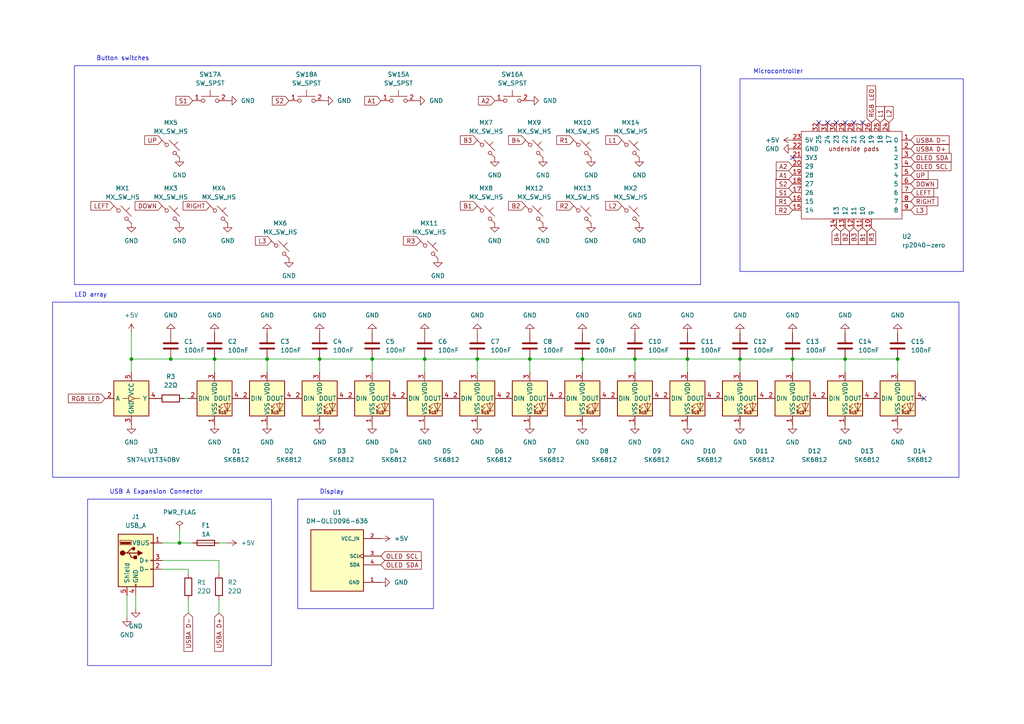
<source format=kicad_sch>
(kicad_sch (version 20230121) (generator eeschema)
  (paper "A4")
  (lib_symbols
    (symbol "Connector:USB_A" (pin_names (offset 1.016))
      (property "Reference" "J" (at -5.08 11.43 0))
      (property "Value" "USB_A" (at -5.08 8.89 0))
      (symbol "USB_A_0_1"
        (rectangle (start -5.08 -7.62) (end 5.08 7.62) (stroke (width 0.254)) (fill (type background)))
        (circle (center -3.81 2.159) (radius 0.635) (stroke (width 0.254)) (fill (type outline)))
        (rectangle (start -1.524 4.826) (end -4.318 5.334) (fill (type outline)))
        (rectangle (start -1.27 4.572) (end -4.572 5.842))
        (circle (center -0.635 3.429) (radius 0.381) (stroke (width 0.254)) (fill (type outline)))
        (rectangle (start -0.127 -7.62) (end 0.127 -6.858))
        (polyline (pts (xy -3.175 2.159) (xy -2.54 2.159) (xy -1.27 3.429) (xy -0.635 3.429)) (stroke (width 0.254)))
        (polyline (pts (xy -2.54 2.159) (xy -1.905 2.159) (xy -1.27 0.889) (xy 0 0.889)) (stroke (width 0.254)))
        (polyline (pts (xy 0.635 2.794) (xy 0.635 1.524) (xy 1.905 2.159) (xy 0.635 2.794)) (stroke (width 0.254)) (fill (type outline)))
        (rectangle (start 0.254 1.27) (end -0.508 0.508) (stroke (width 0.254)) (fill (type outline)))
        (rectangle (start 5.08 -2.667) (end 4.318 -2.413))
        (rectangle (start 5.08 -0.127) (end 4.318 0.127))
        (rectangle (start 5.08 4.953) (end 4.318 5.207))
      )
      (symbol "USB_A_1_1"
        (polyline (pts (xy -1.905 2.159) (xy 0.635 2.159)) (stroke (width 0.254)))
        (pin power_in line (at 7.62 5.08 180) (length 2.54) (name "VBUS") (number "1"))
        (pin bidirectional line (at 7.62 -2.54 180) (length 2.54) (name "D-") (number "2"))
        (pin bidirectional line (at 7.62 0 180) (length 2.54) (name "D+") (number "3"))
        (pin power_in line (at 0 -10.16 90) (length 2.54) (name "GND") (number "4"))
        (pin passive line (at -2.54 -10.16 90) (length 2.54) (name "Shield") (number "5"))
      )
    )
    (symbol "Device:C" (pin_numbers hide) (pin_names (offset 0.254))
      (property "Reference" "C" (at 0.635 2.54 0))
      (property "Value" "C" (at 0.635 -2.54 0))
      (symbol "C_0_1"
        (polyline (pts (xy -2.032 -0.762) (xy 2.032 -0.762)) (stroke (width 0.508)))
        (polyline (pts (xy -2.032 0.762) (xy 2.032 0.762)) (stroke (width 0.508)))
      )
      (symbol "C_1_1"
        (pin passive line (at 0 3.81 270) (length 2.794) (name "~") (number "1"))
        (pin passive line (at 0 -3.81 90) (length 2.794) (name "~") (number "2"))
      )
    )
    (symbol "Device:Fuse" (pin_numbers hide) (pin_names (offset 0))
      (property "Reference" "F" (at 2.032 0 90))
      (property "Value" "Fuse" (at -1.905 0 90))
      (symbol "Fuse_0_1"
        (rectangle (start -0.762 -2.54) (end 0.762 2.54) (stroke (width 0.254)))
        (polyline (pts (xy 0 2.54) (xy 0 -2.54)))
      )
      (symbol "Fuse_1_1"
        (pin passive line (at 0 3.81 270) (length 1.27) (name "~") (number "1"))
        (pin passive line (at 0 -3.81 90) (length 1.27) (name "~") (number "2"))
      )
    )
    (symbol "Device:R" (pin_numbers hide) (pin_names (offset 0))
      (property "Reference" "R" (at 2.032 0 90))
      (property "Value" "R" (at 0 0 90))
      (symbol "R_0_1"
        (rectangle (start -1.016 -2.54) (end 1.016 2.54) (stroke (width 0.254)))
      )
      (symbol "R_1_1"
        (pin passive line (at 0 3.81 270) (length 1.27) (name "~") (number "1"))
        (pin passive line (at 0 -3.81 90) (length 1.27) (name "~") (number "2"))
      )
    )
    (symbol "LED:SK6812" (pin_names (offset 0.254))
      (property "Reference" "D" (at 5.08 5.715 0))
      (property "Value" "SK6812" (at 1.27 -5.715 0))
      (symbol "SK6812_0_0"
        (text "RGB" (at 2.286 -4.191 0) (effects (font (size 0.762 0.762))))
      )
      (symbol "SK6812_0_1"
        (polyline (pts (xy 1.27 -3.556) (xy 1.778 -3.556)))
        (polyline (pts (xy 1.27 -2.54) (xy 1.778 -2.54)))
        (polyline (pts (xy 4.699 -3.556) (xy 2.667 -3.556)))
        (polyline (pts (xy 2.286 -2.54) (xy 1.27 -3.556) (xy 1.27 -3.048)))
        (polyline (pts (xy 2.286 -1.524) (xy 1.27 -2.54) (xy 1.27 -2.032)))
        (polyline (pts (xy 3.683 -1.016) (xy 3.683 -3.556) (xy 3.683 -4.064)))
        (polyline (pts (xy 4.699 -1.524) (xy 2.667 -1.524) (xy 3.683 -3.556) (xy 4.699 -1.524)))
        (rectangle (start 5.08 5.08) (end -5.08 -5.08) (stroke (width 0.254)) (fill (type background)))
      )
      (symbol "SK6812_1_1"
        (pin power_in line (at 0 -7.62 90) (length 2.54) (name "VSS") (number "1"))
        (pin input line (at -7.62 0 0) (length 2.54) (name "DIN") (number "2"))
        (pin power_in line (at 0 7.62 270) (length 2.54) (name "VDD") (number "3"))
        (pin output line (at 7.62 0 180) (length 2.54) (name "DOUT") (number "4"))
      )
    )
    (symbol "Logic_LevelTranslator:SN74LV1T34DBV"
      (property "Reference" "U" (at 5.08 6.35 0))
      (property "Value" "SN74LV1T34DBV" (at 5.08 3.81 0))
      (symbol "SN74LV1T34DBV_0_1"
        (rectangle (start -5.08 5.08) (end 5.08 -5.08) (stroke (width 0.254)) (fill (type background)))
        (polyline (pts (xy -0.762 0) (xy -2.54 0)))
        (polyline (pts (xy 1.016 0) (xy 2.54 0)))
      )
      (symbol "SN74LV1T34DBV_1_1"
        (polyline (pts (xy -0.762 -0.762) (xy -0.762 0.762) (xy 1.016 0) (xy -0.762 -0.762)))
        (pin no_connect line (at -5.08 2.54 0) (length 2.54) hide (name "NC") (number "1"))
        (pin input line (at -7.62 0 0) (length 2.54) (name "A") (number "2"))
        (pin power_in line (at 0 -7.62 90) (length 2.54) (name "GND") (number "3"))
        (pin output line (at 7.62 0 180) (length 2.54) (name "Y") (number "4"))
        (pin power_in line (at 0 7.62 270) (length 2.54) (name "VCC") (number "5"))
      )
    )
    (symbol "OLED096:DM-OLED096-636" (pin_names (offset 1.016))
      (property "Reference" "U" (at -7.62 10.922 0))
      (property "Value" "DM-OLED096-636" (at -7.62 -10.16 0))
      (symbol "DM-OLED096-636_0_0"
        (rectangle (start -7.62 -7.62) (end 7.62 10.16) (stroke (width 0.254)) (fill (type background)))
        (pin power_in line (at 12.7 -5.08 180) (length 5.08) (name "GND") (number "1"))
        (pin power_in line (at 12.7 7.62 180) (length 5.08) (name "VCC_IN") (number "2"))
        (pin input clock (at 12.7 2.54 180) (length 5.08) (name "SCL") (number "3"))
        (pin bidirectional line (at 12.7 0 180) (length 5.08) (name "SDA") (number "4"))
      )
    )
    (symbol "PCM_marbastlib-mx:MX_SW_HS" (pin_numbers hide) (pin_names (offset 1.016) hide)
      (property "Reference" "MX" (at 3.048 1.016 0))
      (property "Value" "MX_SW_HS" (at 0 -3.81 0))
      (symbol "MX_SW_HS_0_1"
        (circle (center -1.1684 1.1684) (radius 0.508))
        (polyline (pts (xy -0.508 2.54) (xy 2.54 -0.508)))
        (polyline (pts (xy 1.016 1.016) (xy 2.032 2.032)))
        (polyline (pts (xy -2.54 2.54) (xy -1.524 1.524) (xy -1.524 1.524)))
        (polyline (pts (xy 1.524 -1.524) (xy 2.54 -2.54) (xy 2.54 -2.54) (xy 2.54 -2.54)))
        (circle (center 1.143 -1.1938) (radius 0.508))
        (pin passive line (at -2.54 2.54 0) (length 0) (name "1") (number "1"))
        (pin passive line (at 2.54 -2.54 180) (length 0) (name "2") (number "2"))
      )
    )
    (symbol "Switch:SW_Push_Dual_x2" (pin_names (offset 1.016) hide)
      (property "Reference" "SW" (at 1.27 2.54 0))
      (property "Value" "SW_Push_Dual_x2" (at 0 -1.524 0))
      (symbol "SW_Push_Dual_x2_0_1"
        (circle (center -2.032 0) (radius 0.508))
        (polyline (pts (xy 0 1.27) (xy 0 3.048)))
        (polyline (pts (xy 2.54 1.27) (xy -2.54 1.27)))
        (circle (center 2.032 0) (radius 0.508))
      )
      (symbol "SW_Push_Dual_x2_1_1"
        (pin passive line (at -5.08 0 0) (length 2.54) (name "C") (number "1"))
        (pin passive line (at 5.08 0 180) (length 2.54) (name "D") (number "2"))
      )
      (symbol "SW_Push_Dual_x2_2_1"
        (pin passive line (at -5.08 0 0) (length 2.54) (name "C") (number "3"))
        (pin passive line (at 5.08 0 180) (length 2.54) (name "D") (number "4"))
      )
    )
    (symbol "mcu:rp2040-zero-pads" (pin_names (offset 1.016))
      (property "Reference" "U" (at 0 1.27 0))
      (property "Value" "rp2040-zero-pads" (at 0 -1.27 0))
      (symbol "rp2040-zero-pads_0_0"
        (text "underside pads" (at 0 6.35 0) (effects (font (size 1.27 1.27))))
      )
      (symbol "rp2040-zero-pads_0_1"
        (rectangle (start -15.24 11.43) (end 13.97 -13.97))
      )
      (symbol "rp2040-zero-pads_1_1"
        (pin bidirectional line (at 16.51 8.89 180) (length 2.54) (name "0") (number "1"))
        (pin bidirectional line (at 5.08 -16.51 90) (length 2.54) (name "9") (number "10"))
        (pin bidirectional line (at 2.54 -16.51 90) (length 2.54) (name "10") (number "11"))
        (pin bidirectional line (at 0 -16.51 90) (length 2.54) (name "11") (number "12"))
        (pin bidirectional line (at -2.54 -16.51 90) (length 2.54) (name "12") (number "13"))
        (pin bidirectional line (at -5.08 -16.51 90) (length 2.54) (name "13") (number "14"))
        (pin bidirectional line (at -17.78 -11.43 0) (length 2.54) (name "14") (number "15"))
        (pin bidirectional line (at -17.78 -8.89 0) (length 2.54) (name "15") (number "16"))
        (pin bidirectional line (at -17.78 -6.35 0) (length 2.54) (name "26") (number "17"))
        (pin bidirectional line (at -17.78 -3.81 0) (length 2.54) (name "27") (number "18"))
        (pin bidirectional line (at -17.78 -1.27 0) (length 2.54) (name "28") (number "19"))
        (pin bidirectional line (at 16.51 6.35 180) (length 2.54) (name "1") (number "2"))
        (pin bidirectional line (at -17.78 1.27 0) (length 2.54) (name "29") (number "20"))
        (pin power_out line (at -17.78 3.81 0) (length 2.54) (name "3V3") (number "21"))
        (pin power_out line (at -17.78 6.35 0) (length 2.54) (name "GND") (number "22"))
        (pin power_out line (at -17.78 8.89 0) (length 2.54) (name "5V") (number "23"))
        (pin bidirectional line (at 10.16 13.97 270) (length 2.54) (name "17") (number "24"))
        (pin bidirectional line (at 7.62 13.97 270) (length 2.54) (name "18") (number "25"))
        (pin bidirectional line (at 5.08 13.97 270) (length 2.54) (name "19") (number "26"))
        (pin bidirectional line (at 2.54 13.97 270) (length 2.54) (name "20") (number "27"))
        (pin bidirectional line (at 0 13.97 270) (length 2.54) (name "21") (number "28"))
        (pin bidirectional line (at -2.54 13.97 270) (length 2.54) (name "22") (number "29"))
        (pin bidirectional line (at 16.51 3.81 180) (length 2.54) (name "2") (number "3"))
        (pin bidirectional line (at -5.08 13.97 270) (length 2.54) (name "23") (number "30"))
        (pin bidirectional line (at -7.62 13.97 270) (length 2.54) (name "24") (number "31"))
        (pin bidirectional line (at -10.16 13.97 270) (length 2.54) (name "25") (number "32"))
        (pin power_out line (at -17.78 6.35 0) (length 2.54) hide (name "GND") (number "33"))
        (pin bidirectional line (at 16.51 1.27 180) (length 2.54) (name "3") (number "4"))
        (pin bidirectional line (at 16.51 -1.27 180) (length 2.54) (name "4") (number "5"))
        (pin bidirectional line (at 16.51 -3.81 180) (length 2.54) (name "5") (number "6"))
        (pin bidirectional line (at 16.51 -6.35 180) (length 2.54) (name "6") (number "7"))
        (pin bidirectional line (at 16.51 -8.89 180) (length 2.54) (name "7") (number "8"))
        (pin bidirectional line (at 16.51 -11.43 180) (length 2.54) (name "8") (number "9"))
      )
    )
    (symbol "power:+5V" (power) (pin_names (offset 0))
      (property "Value" "+5V" (at 0 3.556 0))
      (symbol "+5V_0_1"
        (polyline (pts (xy -0.762 1.27) (xy 0 2.54)))
        (polyline (pts (xy 0 0) (xy 0 2.54)))
        (polyline (pts (xy 0 2.54) (xy 0.762 1.27)))
      )
      (symbol "+5V_1_1"
        (pin power_in line (at 0 0 90) (length 0) hide (name "+5V") (number "1"))
      )
    )
    (symbol "power:GND" (power) (pin_names (offset 0))
      (property "Value" "GND" (at 0 -3.81 0))
      (symbol "GND_0_1"
        (polyline (pts (xy 0 0) (xy 0 -1.27) (xy 1.27 -1.27) (xy 0 -2.54) (xy -1.27 -1.27) (xy 0 -1.27)))
      )
      (symbol "GND_1_1"
        (pin power_in line (at 0 0 270) (length 0) hide (name "GND") (number "1"))
      )
    )
    (symbol "power:PWR_FLAG" (power) (pin_numbers hide) (pin_names (offset 0) hide)
      (property "Value" "PWR_FLAG" (at 0 3.81 0))
      (symbol "PWR_FLAG_0_0"
        (pin power_out line (at 0 0 90) (length 0) (name "pwr") (number "1"))
      )
      (symbol "PWR_FLAG_0_1"
        (polyline (pts (xy 0 0) (xy 0 1.27) (xy -1.016 1.905) (xy 0 2.54) (xy 1.016 1.905) (xy 0 1.27)))
      )
    )
  )
  (junction (at 138.43 104.14))
  (junction (at 123.19 104.14))
  (junction (at 168.91 104.14))
  (junction (at 199.39 104.14))
  (junction (at 38.1 104.14))
  (junction (at 107.95 104.14))
  (junction (at 77.47 104.14))
  (junction (at 245.11 104.14))
  (junction (at 184.15 104.14))
  (junction (at 92.71 104.14))
  (junction (at 49.53 104.14))
  (junction (at 52.07 157.48))
  (junction (at 62.23 104.14))
  (junction (at 229.87 104.14))
  (junction (at 153.67 104.14))
  (junction (at 260.35 104.14))
  (junction (at 214.63 104.14))
  (no_connect (at 247.65 35.56))
  (no_connect (at 267.97 115.57))
  (no_connect (at 250.19 35.56))
  (no_connect (at 245.11 35.56))
  (no_connect (at 242.57 35.56))
  (no_connect (at 240.03 35.56))
  (no_connect (at 229.87 45.72))
  (no_connect (at 237.49 35.56))
  (wire (pts (xy 46.99 165.1) (xy 54.61 165.1)))
  (wire (pts (xy 38.1 104.14) (xy 49.53 104.14)))
  (wire (pts (xy 184.15 104.14) (xy 184.15 107.95)))
  (wire (pts (xy 260.35 104.14) (xy 260.35 107.95)))
  (wire (pts (xy 168.91 104.14) (xy 184.15 104.14)))
  (wire (pts (xy 138.43 104.14) (xy 138.43 107.95)))
  (wire (pts (xy 153.67 104.14) (xy 153.67 107.95)))
  (wire (pts (xy 199.39 104.14) (xy 199.39 107.95)))
  (wire (pts (xy 38.1 96.52) (xy 38.1 104.14)))
  (wire (pts (xy 184.15 104.14) (xy 199.39 104.14)))
  (wire (pts (xy 138.43 104.14) (xy 153.67 104.14)))
  (wire (pts (xy 123.19 104.14) (xy 123.19 107.95)))
  (wire (pts (xy 245.11 104.14) (xy 245.11 107.95)))
  (wire (pts (xy 214.63 104.14) (xy 214.63 107.95)))
  (wire (pts (xy 107.95 104.14) (xy 123.19 104.14)))
  (wire (pts (xy 39.37 176.53) (xy 39.37 172.72)))
  (wire (pts (xy 49.53 104.14) (xy 62.23 104.14)))
  (wire (pts (xy 38.1 104.14) (xy 38.1 107.95)))
  (wire (pts (xy 107.95 104.14) (xy 107.95 107.95)))
  (wire (pts (xy 92.71 104.14) (xy 92.71 107.95)))
  (wire (pts (xy 63.5 173.99) (xy 63.5 177.8)))
  (wire (pts (xy 168.91 104.14) (xy 168.91 107.95)))
  (wire (pts (xy 214.63 104.14) (xy 229.87 104.14)))
  (wire (pts (xy 63.5 157.48) (xy 66.04 157.48)))
  (wire (pts (xy 92.71 104.14) (xy 107.95 104.14)))
  (wire (pts (xy 54.61 165.1) (xy 54.61 166.37)))
  (wire (pts (xy 52.07 157.48) (xy 55.88 157.48)))
  (wire (pts (xy 63.5 162.56) (xy 63.5 166.37)))
  (wire (pts (xy 229.87 104.14) (xy 245.11 104.14)))
  (wire (pts (xy 153.67 104.14) (xy 168.91 104.14)))
  (wire (pts (xy 62.23 104.14) (xy 77.47 104.14)))
  (wire (pts (xy 53.34 115.57) (xy 54.61 115.57)))
  (wire (pts (xy 229.87 104.14) (xy 229.87 107.95)))
  (wire (pts (xy 62.23 104.14) (xy 62.23 107.95)))
  (wire (pts (xy 52.07 153.67) (xy 52.07 157.48)))
  (wire (pts (xy 46.99 162.56) (xy 63.5 162.56)))
  (wire (pts (xy 77.47 104.14) (xy 77.47 107.95)))
  (wire (pts (xy 245.11 104.14) (xy 260.35 104.14)))
  (wire (pts (xy 54.61 173.99) (xy 54.61 177.8)))
  (wire (pts (xy 36.83 179.07) (xy 36.83 172.72)))
  (wire (pts (xy 77.47 104.14) (xy 92.71 104.14)))
  (wire (pts (xy 199.39 104.14) (xy 214.63 104.14)))
  (wire (pts (xy 46.99 157.48) (xy 52.07 157.48)))
  (wire (pts (xy 123.19 104.14) (xy 138.43 104.14)))
  (rectangle (start 214.63 22.86) (end 279.4 78.74))
  (rectangle (start 25.4 144.78) (end 78.74 193.04))
  (rectangle (start 15.24 87.63) (end 278.13 138.43))
  (rectangle (start 21.59 19.05) (end 203.2 82.55))
  (rectangle (start 86.36 144.78) (end 125.73 176.53))
  (text "Microcontroller" (at 218.44 21.59 0) (effects (font (size 1.27 1.27)) (justify left bottom)))
  (text "Display\n" (at 92.71 143.51 0) (effects (font (size 1.27 1.27)) (justify left bottom)))
  (text "LED array\n" (at 21.59 86.36 0) (effects (font (size 1.27 1.27)) (justify left bottom)))
  (text "USB A Expansion Connector" (at 31.75 143.51 0) (effects (font (size 1.27 1.27)) (justify left bottom)))
  (text "Button switches\n" (at 27.94 17.78 0) (effects (font (size 1.27 1.27)) (justify left bottom)))
  (global_label "USBA D+" (shape input) (at 63.5 177.8 270) (property "Intersheetrefs" "${INTERSHEET_REFS}" (effects hide)))
  (global_label "LEFT" (shape input) (at 264.16 55.88 0) (property "Intersheetrefs" "${INTERSHEET_REFS}" (effects hide)))
  (global_label "S1" (shape input) (at 55.88 29.21 180) (property "Intersheetrefs" "${INTERSHEET_REFS}" (effects hide)))
  (global_label "UP" (shape input) (at 46.99 40.64 180) (property "Intersheetrefs" "${INTERSHEET_REFS}" (effects hide)))
  (global_label "R1" (shape input) (at 229.87 58.42 180) (property "Intersheetrefs" "${INTERSHEET_REFS}" (effects hide)))
  (global_label "B3" (shape input) (at 138.43 40.64 180) (property "Intersheetrefs" "${INTERSHEET_REFS}" (effects hide)))
  (global_label "RIGHT" (shape input) (at 264.16 58.42 0) (property "Intersheetrefs" "${INTERSHEET_REFS}" (effects hide)))
  (global_label "R2" (shape input) (at 229.87 60.96 180) (property "Intersheetrefs" "${INTERSHEET_REFS}" (effects hide)))
  (global_label "B2" (shape input) (at 245.11 66.04 270) (property "Intersheetrefs" "${INTERSHEET_REFS}" (effects hide)))
  (global_label "B4" (shape input) (at 242.57 66.04 270) (property "Intersheetrefs" "${INTERSHEET_REFS}" (effects hide)))
  (global_label "L2" (shape input) (at 180.34 59.69 180) (property "Intersheetrefs" "${INTERSHEET_REFS}" (effects hide)))
  (global_label "L2" (shape input) (at 257.81 35.56 90) (property "Intersheetrefs" "${INTERSHEET_REFS}" (effects hide)))
  (global_label "R3" (shape input) (at 252.73 66.04 270) (property "Intersheetrefs" "${INTERSHEET_REFS}" (effects hide)))
  (global_label "S2" (shape input) (at 83.82 29.21 180) (property "Intersheetrefs" "${INTERSHEET_REFS}" (effects hide)))
  (global_label "L1" (shape input) (at 180.34 40.64 180) (property "Intersheetrefs" "${INTERSHEET_REFS}" (effects hide)))
  (global_label "L3" (shape input) (at 78.74 69.85 180) (property "Intersheetrefs" "${INTERSHEET_REFS}" (effects hide)))
  (global_label "RIGHT" (shape input) (at 60.96 59.69 180) (property "Intersheetrefs" "${INTERSHEET_REFS}" (effects hide)))
  (global_label "USBA D+" (shape input) (at 264.16 43.18 0) (property "Intersheetrefs" "${INTERSHEET_REFS}" (effects hide)))
  (global_label "LEFT" (shape input) (at 33.02 59.69 180) (property "Intersheetrefs" "${INTERSHEET_REFS}" (effects hide)))
  (global_label "OLED SCL" (shape input) (at 264.16 48.26 0) (property "Intersheetrefs" "${INTERSHEET_REFS}" (effects hide)))
  (global_label "UP" (shape input) (at 264.16 50.8 0) (property "Intersheetrefs" "${INTERSHEET_REFS}" (effects hide)))
  (global_label "L3" (shape input) (at 264.16 60.96 0) (property "Intersheetrefs" "${INTERSHEET_REFS}" (effects hide)))
  (global_label "A1" (shape input) (at 110.49 29.21 180) (property "Intersheetrefs" "${INTERSHEET_REFS}" (effects hide)))
  (global_label "USBA D-" (shape input) (at 54.61 177.8 270) (property "Intersheetrefs" "${INTERSHEET_REFS}" (effects hide)))
  (global_label "B3" (shape input) (at 247.65 66.04 270) (property "Intersheetrefs" "${INTERSHEET_REFS}" (effects hide)))
  (global_label "RGB LED" (shape input) (at 30.48 115.57 180) (property "Intersheetrefs" "${INTERSHEET_REFS}" (effects hide)))
  (global_label "OLED SDA" (shape input) (at 110.49 163.83 0) (property "Intersheetrefs" "${INTERSHEET_REFS}" (effects hide)))
  (global_label "OLED SDA" (shape input) (at 264.16 45.72 0) (property "Intersheetrefs" "${INTERSHEET_REFS}" (effects hide)))
  (global_label "DOWN" (shape input) (at 46.99 59.69 180) (property "Intersheetrefs" "${INTERSHEET_REFS}" (effects hide)))
  (global_label "A2" (shape input) (at 229.87 48.26 180) (property "Intersheetrefs" "${INTERSHEET_REFS}" (effects hide)))
  (global_label "R2" (shape input) (at 166.37 59.69 180) (property "Intersheetrefs" "${INTERSHEET_REFS}" (effects hide)))
  (global_label "R3" (shape input) (at 121.92 69.85 180) (property "Intersheetrefs" "${INTERSHEET_REFS}" (effects hide)))
  (global_label "RGB LED" (shape input) (at 252.73 35.56 90) (property "Intersheetrefs" "${INTERSHEET_REFS}" (effects hide)))
  (global_label "S2" (shape input) (at 229.87 53.34 180) (property "Intersheetrefs" "${INTERSHEET_REFS}" (effects hide)))
  (global_label "DOWN" (shape input) (at 264.16 53.34 0) (property "Intersheetrefs" "${INTERSHEET_REFS}" (effects hide)))
  (global_label "R1" (shape input) (at 166.37 40.64 180) (property "Intersheetrefs" "${INTERSHEET_REFS}" (effects hide)))
  (global_label "B4" (shape input) (at 152.4 40.64 180) (property "Intersheetrefs" "${INTERSHEET_REFS}" (effects hide)))
  (global_label "OLED SCL" (shape input) (at 110.49 161.29 0) (property "Intersheetrefs" "${INTERSHEET_REFS}" (effects hide)))
  (global_label "A2" (shape input) (at 143.51 29.21 180) (property "Intersheetrefs" "${INTERSHEET_REFS}" (effects hide)))
  (global_label "L1" (shape input) (at 255.27 35.56 90) (property "Intersheetrefs" "${INTERSHEET_REFS}" (effects hide)))
  (global_label "B2" (shape input) (at 152.4 59.69 180) (property "Intersheetrefs" "${INTERSHEET_REFS}" (effects hide)))
  (global_label "USBA D-" (shape input) (at 264.16 40.64 0) (property "Intersheetrefs" "${INTERSHEET_REFS}" (effects hide)))
  (global_label "B1" (shape input) (at 250.19 66.04 270) (property "Intersheetrefs" "${INTERSHEET_REFS}" (effects hide)))
  (global_label "A1" (shape input) (at 229.87 50.8 180) (property "Intersheetrefs" "${INTERSHEET_REFS}" (effects hide)))
  (global_label "S1" (shape input) (at 229.87 55.88 180) (property "Intersheetrefs" "${INTERSHEET_REFS}" (effects hide)))
  (global_label "B1" (shape input) (at 138.43 59.69 180) (property "Intersheetrefs" "${INTERSHEET_REFS}" (effects hide)))
  (symbol (lib_id "power:GND") (at 229.87 43.18 270) (unit 1)
    (property "Reference" "#PWR025" (effects hide))
    (property "Value" "GND" (at 226.06 43.18 90) (effects (justify right)))
  )
  (symbol (lib_id "PCM_marbastlib-mx:MX_SW_HS") (at 124.46 72.39 0) (unit 1)
    (property "Reference" "MX11" (at 124.46 64.77 0))
    (property "Value" "MX_SW_HS" (at 124.46 67.31 0))
    (property "Footprint" "PCM_marbastlib-mx:SW_MX_HS_1u" (effects hide))
    (property "LCSC Part #" "C5184526" (effects hide))
  )
  (symbol (lib_id "LED:SK6812") (at 260.35 115.57 0) (unit 1)
    (property "Reference" "D14" (at 266.7 130.81 0))
    (property "Value" "SK6812" (at 266.7 133.35 0))
    (property "Footprint" "haku:SK6812-MINI-E_MX" (effects hide))
    (property "Datasheet" "https://cdn-shop.adafruit.com/product-files/1138/SK6812+LED+datasheet+.pdf" (effects hide))
    (property "LCSC Part #" "C5149201" (effects hide))
  )
  (symbol (lib_id "power:GND") (at 153.67 123.19 0) (unit 1)
    (property "Reference" "#PWR042" (effects hide))
    (property "Value" "GND" (at 153.67 128.27 0))
  )
  (symbol (lib_id "LED:SK6812") (at 107.95 115.57 0) (unit 1)
    (property "Reference" "D4" (at 114.3 130.81 0))
    (property "Value" "SK6812" (at 114.3 133.35 0))
    (property "Footprint" "haku:SK6812-MINI-E_MX" (effects hide))
    (property "Datasheet" "https://cdn-shop.adafruit.com/product-files/1138/SK6812+LED+datasheet+.pdf" (effects hide))
    (property "LCSC Part #" "C5149201" (effects hide))
  )
  (symbol (lib_id "power:GND") (at 185.42 64.77 0) (unit 1)
    (property "Reference" "#PWR016" (effects hide))
    (property "Value" "GND" (at 185.42 69.85 0))
  )
  (symbol (lib_id "power:GND") (at 168.91 123.19 0) (unit 1)
    (property "Reference" "#PWR044" (effects hide))
    (property "Value" "GND" (at 168.91 128.27 0))
  )
  (symbol (lib_id "PCM_marbastlib-mx:MX_SW_HS") (at 63.5 62.23 0) (unit 1)
    (property "Reference" "MX4" (at 63.5 54.61 0))
    (property "Value" "MX_SW_HS" (at 63.5 57.15 0))
    (property "Footprint" "PCM_marbastlib-mx:SW_MX_HS_1u" (effects hide))
    (property "LCSC Part #" "C5184526" (effects hide))
  )
  (symbol (lib_id "Device:C") (at 184.15 100.33 0) (unit 1)
    (property "Reference" "C10" (at 187.96 99.06 0) (effects (justify left)))
    (property "Value" "100nF" (at 187.96 101.6 0) (effects (justify left)))
    (property "Footprint" "Capacitor_SMD:C_0805_2012Metric_Pad1.18x1.45mm_HandSolder" (effects hide))
    (property "LCSC Part #" "C2169363" (effects hide))
  )
  (symbol (lib_id "power:GND") (at 127 74.93 0) (unit 1)
    (property "Reference" "#PWR013" (effects hide))
    (property "Value" "GND" (at 127 80.01 0))
  )
  (symbol (lib_id "power:GND") (at 66.04 64.77 0) (unit 1)
    (property "Reference" "#PWR06" (effects hide))
    (property "Value" "GND" (at 66.04 69.85 0))
  )
  (symbol (lib_id "power:GND") (at 260.35 123.19 0) (unit 1)
    (property "Reference" "#PWR056" (effects hide))
    (property "Value" "GND" (at 260.35 128.27 0))
  )
  (symbol (lib_id "power:GND") (at 168.91 96.52 180) (unit 1)
    (property "Reference" "#PWR043" (effects hide))
    (property "Value" "GND" (at 168.91 91.44 0))
  )
  (symbol (lib_id "Device:C") (at 245.11 100.33 0) (unit 1)
    (property "Reference" "C14" (at 248.92 99.06 0) (effects (justify left)))
    (property "Value" "100nF" (at 248.92 101.6 0) (effects (justify left)))
    (property "Footprint" "Capacitor_SMD:C_0805_2012Metric_Pad1.18x1.45mm_HandSolder" (effects hide))
    (property "LCSC Part #" "C2169363" (effects hide))
  )
  (symbol (lib_id "PCM_marbastlib-mx:MX_SW_HS") (at 168.91 43.18 0) (unit 1)
    (property "Reference" "MX10" (at 168.91 35.56 0))
    (property "Value" "MX_SW_HS" (at 168.91 38.1 0))
    (property "Footprint" "PCM_marbastlib-mx:SW_MX_HS_1u" (effects hide))
    (property "LCSC Part #" "C5184526" (effects hide))
  )
  (symbol (lib_id "power:PWR_FLAG") (at 52.07 153.67 0) (unit 1)
    (property "Reference" "#FLG01" (effects hide))
    (property "Value" "PWR_FLAG" (at 52.07 148.59 0))
  )
  (symbol (lib_id "power:GND") (at 157.48 64.77 0) (unit 1)
    (property "Reference" "#PWR014" (effects hide))
    (property "Value" "GND" (at 157.48 69.85 0))
  )
  (symbol (lib_id "power:+5V") (at 229.87 40.64 90) (unit 1)
    (property "Reference" "#PWR022" (effects hide))
    (property "Value" "+5V" (at 226.06 40.64 90) (effects (justify left)))
  )
  (symbol (lib_id "Device:C") (at 92.71 100.33 0) (unit 1)
    (property "Reference" "C4" (at 96.52 99.06 0) (effects (justify left)))
    (property "Value" "100nF" (at 96.52 101.6 0) (effects (justify left)))
    (property "Footprint" "Capacitor_SMD:C_0805_2012Metric_Pad1.18x1.45mm_HandSolder" (effects hide))
    (property "LCSC Part #" "C2169363" (effects hide))
  )
  (symbol (lib_id "Switch:SW_Push_Dual_x2") (at 115.57 29.21 0) (unit 1)
    (property "Reference" "SW15" (at 115.57 21.59 0))
    (property "Value" "SW_SPST" (at 115.57 24.13 0))
    (property "Footprint" "haku:SW_PUSH-12mm_centered" (effects hide))
    (property "LCSC Part #" "C455212" (effects hide))
  )
  (symbol (lib_id "power:GND") (at 52.07 64.77 0) (unit 1)
    (property "Reference" "#PWR05" (effects hide))
    (property "Value" "GND" (at 52.07 69.85 0))
  )
  (symbol (lib_id "power:GND") (at 38.1 64.77 0) (unit 1)
    (property "Reference" "#PWR04" (effects hide))
    (property "Value" "GND" (at 38.1 69.85 0))
  )
  (symbol (lib_id "LED:SK6812") (at 62.23 115.57 0) (unit 1)
    (property "Reference" "D1" (at 68.58 130.81 0))
    (property "Value" "SK6812" (at 68.58 133.35 0))
    (property "Footprint" "haku:SK6812-MINI-E_MX" (effects hide))
    (property "Datasheet" "https://cdn-shop.adafruit.com/product-files/1138/SK6812+LED+datasheet+.pdf" (effects hide))
    (property "LCSC Part #" "C5149201" (effects hide))
  )
  (symbol (lib_id "power:GND") (at 77.47 96.52 180) (unit 1)
    (property "Reference" "#PWR031" (effects hide))
    (property "Value" "GND" (at 77.47 91.44 0))
  )
  (symbol (lib_id "LED:SK6812") (at 153.67 115.57 0) (unit 1)
    (property "Reference" "D7" (at 160.02 130.81 0))
    (property "Value" "SK6812" (at 160.02 133.35 0))
    (property "Footprint" "haku:SK6812-MINI-E_MX" (effects hide))
    (property "Datasheet" "https://cdn-shop.adafruit.com/product-files/1138/SK6812+LED+datasheet+.pdf" (effects hide))
    (property "LCSC Part #" "C5149201" (effects hide))
  )
  (symbol (lib_id "Device:C") (at 260.35 100.33 0) (unit 1)
    (property "Reference" "C15" (at 264.16 99.06 0) (effects (justify left)))
    (property "Value" "100nF" (at 264.16 101.6 0) (effects (justify left)))
    (property "Footprint" "Capacitor_SMD:C_0805_2012Metric_Pad1.18x1.45mm_HandSolder" (effects hide))
    (property "LCSC Part #" "C2169363" (effects hide))
  )
  (symbol (lib_id "LED:SK6812") (at 184.15 115.57 0) (unit 1)
    (property "Reference" "D9" (at 190.5 130.81 0))
    (property "Value" "SK6812" (at 190.5 133.35 0))
    (property "Footprint" "haku:SK6812-MINI-E_MX" (effects hide))
    (property "Datasheet" "https://cdn-shop.adafruit.com/product-files/1138/SK6812+LED+datasheet+.pdf" (effects hide))
    (property "LCSC Part #" "C5149201" (effects hide))
  )
  (symbol (lib_id "PCM_marbastlib-mx:MX_SW_HS") (at 49.53 43.18 0) (unit 1)
    (property "Reference" "MX5" (at 49.53 35.56 0))
    (property "Value" "MX_SW_HS" (at 49.53 38.1 0))
    (property "Footprint" "PCM_marbastlib-mx:SW_MX_HS_1u" (effects hide))
    (property "LCSC Part #" "C5184526" (effects hide))
  )
  (symbol (lib_id "PCM_marbastlib-mx:MX_SW_HS") (at 154.94 43.18 0) (unit 1)
    (property "Reference" "MX9" (at 154.94 35.56 0))
    (property "Value" "MX_SW_HS" (at 154.94 38.1 0))
    (property "Footprint" "PCM_marbastlib-mx:SW_MX_HS_1u" (effects hide))
    (property "LCSC Part #" "C5184526" (effects hide))
  )
  (symbol (lib_id "Device:C") (at 214.63 100.33 0) (unit 1)
    (property "Reference" "C12" (at 218.44 99.06 0) (effects (justify left)))
    (property "Value" "100nF" (at 218.44 101.6 0) (effects (justify left)))
    (property "Footprint" "Capacitor_SMD:C_0805_2012Metric_Pad1.18x1.45mm_HandSolder" (effects hide))
    (property "LCSC Part #" "C2169363" (effects hide))
  )
  (symbol (lib_id "power:+5V") (at 110.49 156.21 270) (unit 1)
    (property "Reference" "#PWR023" (effects hide))
    (property "Value" "+5V" (at 114.3 156.21 90) (effects (justify left)))
  )
  (symbol (lib_id "power:GND") (at 49.53 96.52 180) (unit 1)
    (property "Reference" "#PWR029" (effects hide))
    (property "Value" "GND" (at 49.53 91.44 0))
  )
  (symbol (lib_id "power:GND") (at 214.63 96.52 180) (unit 1)
    (property "Reference" "#PWR049" (effects hide))
    (property "Value" "GND" (at 214.63 91.44 0))
  )
  (symbol (lib_id "power:GND") (at 260.35 96.52 180) (unit 1)
    (property "Reference" "#PWR055" (effects hide))
    (property "Value" "GND" (at 260.35 91.44 0))
  )
  (symbol (lib_id "power:GND") (at 92.71 123.19 0) (unit 1)
    (property "Reference" "#PWR034" (effects hide))
    (property "Value" "GND" (at 92.71 128.27 0))
  )
  (symbol (lib_id "power:GND") (at 185.42 45.72 0) (unit 1)
    (property "Reference" "#PWR017" (effects hide))
    (property "Value" "GND" (at 185.42 50.8 0))
  )
  (symbol (lib_id "Device:C") (at 153.67 100.33 0) (unit 1)
    (property "Reference" "C8" (at 157.48 99.06 0) (effects (justify left)))
    (property "Value" "100nF" (at 157.48 101.6 0) (effects (justify left)))
    (property "Footprint" "Capacitor_SMD:C_0805_2012Metric_Pad1.18x1.45mm_HandSolder" (effects hide))
    (property "LCSC Part #" "C2169363" (effects hide))
  )
  (symbol (lib_id "PCM_marbastlib-mx:MX_SW_HS") (at 35.56 62.23 0) (unit 1)
    (property "Reference" "MX1" (at 35.56 54.61 0))
    (property "Value" "MX_SW_HS" (at 35.56 57.15 0))
    (property "Footprint" "PCM_marbastlib-mx:SW_MX_HS_1u" (effects hide))
    (property "LCSC Part #" "C5184526" (effects hide))
  )
  (symbol (lib_id "power:GND") (at 107.95 123.19 0) (unit 1)
    (property "Reference" "#PWR036" (effects hide))
    (property "Value" "GND" (at 107.95 128.27 0))
  )
  (symbol (lib_id "power:GND") (at 107.95 96.52 180) (unit 1)
    (property "Reference" "#PWR035" (effects hide))
    (property "Value" "GND" (at 107.95 91.44 0))
  )
  (symbol (lib_id "LED:SK6812") (at 123.19 115.57 0) (unit 1)
    (property "Reference" "D5" (at 129.54 130.81 0))
    (property "Value" "SK6812" (at 129.54 133.35 0))
    (property "Footprint" "haku:SK6812-MINI-E_MX" (effects hide))
    (property "Datasheet" "https://cdn-shop.adafruit.com/product-files/1138/SK6812+LED+datasheet+.pdf" (effects hide))
    (property "LCSC Part #" "C5149201" (effects hide))
  )
  (symbol (lib_id "power:GND") (at 184.15 96.52 180) (unit 1)
    (property "Reference" "#PWR045" (effects hide))
    (property "Value" "GND" (at 184.15 91.44 0))
  )
  (symbol (lib_id "Device:C") (at 199.39 100.33 0) (unit 1)
    (property "Reference" "C11" (at 203.2 99.06 0) (effects (justify left)))
    (property "Value" "100nF" (at 203.2 101.6 0) (effects (justify left)))
    (property "Footprint" "Capacitor_SMD:C_0805_2012Metric_Pad1.18x1.45mm_HandSolder" (effects hide))
    (property "LCSC Part #" "C2169363" (effects hide))
  )
  (symbol (lib_id "Connector:USB_A") (at 39.37 162.56 0) (unit 1)
    (property "Reference" "J1" (at 39.37 149.86 0))
    (property "Value" "USB_A" (at 39.37 152.4 0))
    (property "Footprint" "Connector_USB:USB_A_Receptacle_GCT_USB1046" (effects hide))
    (property "Datasheet" " ~" (effects hide))
    (property "LCSC Part #" "C2689981" (effects hide))
  )
  (symbol (lib_id "Device:C") (at 77.47 100.33 0) (unit 1)
    (property "Reference" "C3" (at 81.28 99.06 0) (effects (justify left)))
    (property "Value" "100nF" (at 81.28 101.6 0) (effects (justify left)))
    (property "Footprint" "Capacitor_SMD:C_0805_2012Metric_Pad1.18x1.45mm_HandSolder" (effects hide))
    (property "LCSC Part #" "C2169363" (effects hide))
  )
  (symbol (lib_id "mcu:rp2040-zero-pads") (at 247.65 49.53 0) (unit 1)
    (property "Reference" "U2" (at 261.62 68.58 0) (effects (justify left)))
    (property "Value" "rp2040-zero" (at 261.62 71.12 0) (effects (justify left)))
    (property "Footprint" "mcu:rp2040-zero-smd-pads" (effects hide))
    (property "LCSC Part #" "C5350143" (effects hide))
  )
  (symbol (lib_id "power:GND") (at 62.23 123.19 0) (unit 1)
    (property "Reference" "#PWR028" (effects hide))
    (property "Value" "GND" (at 62.23 128.27 0))
  )
  (symbol (lib_id "power:GND") (at 229.87 123.19 0) (unit 1)
    (property "Reference" "#PWR052" (effects hide))
    (property "Value" "GND" (at 229.87 128.27 0))
  )
  (symbol (lib_id "power:GND") (at 171.45 45.72 0) (unit 1)
    (property "Reference" "#PWR012" (effects hide))
    (property "Value" "GND" (at 171.45 50.8 0))
  )
  (symbol (lib_id "LED:SK6812") (at 199.39 115.57 0) (unit 1)
    (property "Reference" "D10" (at 205.74 130.81 0))
    (property "Value" "SK6812" (at 205.74 133.35 0))
    (property "Footprint" "haku:SK6812-MINI-E_MX" (effects hide))
    (property "Datasheet" "https://cdn-shop.adafruit.com/product-files/1138/SK6812+LED+datasheet+.pdf" (effects hide))
    (property "LCSC Part #" "C5149201" (effects hide))
  )
  (symbol (lib_id "power:GND") (at 62.23 96.52 180) (unit 1)
    (property "Reference" "#PWR030" (effects hide))
    (property "Value" "GND" (at 62.23 91.44 0))
  )
  (symbol (lib_id "Device:C") (at 107.95 100.33 0) (unit 1)
    (property "Reference" "C5" (at 111.76 99.06 0) (effects (justify left)))
    (property "Value" "100nF" (at 111.76 101.6 0) (effects (justify left)))
    (property "Footprint" "Capacitor_SMD:C_0805_2012Metric_Pad1.18x1.45mm_HandSolder" (effects hide))
    (property "LCSC Part #" "C2169363" (effects hide))
  )
  (symbol (lib_id "power:GND") (at 199.39 123.19 0) (unit 1)
    (property "Reference" "#PWR048" (effects hide))
    (property "Value" "GND" (at 199.39 128.27 0))
  )
  (symbol (lib_id "PCM_marbastlib-mx:MX_SW_HS") (at 49.53 62.23 0) (unit 1)
    (property "Reference" "MX3" (at 49.53 54.61 0))
    (property "Value" "MX_SW_HS" (at 49.53 57.15 0))
    (property "Footprint" "PCM_marbastlib-mx:SW_MX_HS_1u" (effects hide))
    (property "LCSC Part #" "C5184526" (effects hide))
  )
  (symbol (lib_id "power:GND") (at 245.11 123.19 0) (unit 1)
    (property "Reference" "#PWR054" (effects hide))
    (property "Value" "GND" (at 245.11 128.27 0))
  )
  (symbol (lib_id "power:GND") (at 92.71 96.52 180) (unit 1)
    (property "Reference" "#PWR033" (effects hide))
    (property "Value" "GND" (at 92.71 91.44 0))
  )
  (symbol (lib_id "power:GND") (at 229.87 96.52 180) (unit 1)
    (property "Reference" "#PWR051" (effects hide))
    (property "Value" "GND" (at 229.87 91.44 0))
  )
  (symbol (lib_id "power:GND") (at 143.51 64.77 0) (unit 1)
    (property "Reference" "#PWR010" (effects hide))
    (property "Value" "GND" (at 143.51 69.85 0))
  )
  (symbol (lib_id "power:GND") (at 66.04 29.21 90) (unit 1)
    (property "Reference" "#PWR019" (effects hide))
    (property "Value" "GND" (at 69.85 29.21 90) (effects (justify right)))
  )
  (symbol (lib_id "power:GND") (at 138.43 96.52 180) (unit 1)
    (property "Reference" "#PWR039" (effects hide))
    (property "Value" "GND" (at 138.43 91.44 0))
  )
  (symbol (lib_id "power:GND") (at 245.11 96.52 180) (unit 1)
    (property "Reference" "#PWR053" (effects hide))
    (property "Value" "GND" (at 245.11 91.44 0))
  )
  (symbol (lib_id "Device:C") (at 62.23 100.33 0) (unit 1)
    (property "Reference" "C2" (at 66.04 99.06 0) (effects (justify left)))
    (property "Value" "100nF" (at 66.04 101.6 0) (effects (justify left)))
    (property "Footprint" "Capacitor_SMD:C_0805_2012Metric_Pad1.18x1.45mm_HandSolder" (effects hide))
    (property "LCSC Part #" "C2169363" (effects hide))
  )
  (symbol (lib_id "power:GND") (at 214.63 123.19 0) (unit 1)
    (property "Reference" "#PWR050" (effects hide))
    (property "Value" "GND" (at 214.63 128.27 0))
  )
  (symbol (lib_id "Logic_LevelTranslator:SN74LV1T34DBV") (at 38.1 115.57 0) (unit 1)
    (property "Reference" "U3" (at 44.45 130.81 0))
    (property "Value" "SN74LV1T34DBV" (at 44.45 133.35 0))
    (property "Footprint" "Package_TO_SOT_SMD:SOT-23-5" (effects hide))
    (property "Datasheet" "https://www.ti.com/lit/ds/symlink/sn74lv1t34.pdf" (effects hide))
    (property "LCSC Part #" "C100024" (effects hide))
  )
  (symbol (lib_id "Switch:SW_Push_Dual_x2") (at 88.9 29.21 0) (unit 1)
    (property "Reference" "SW18" (at 88.9 21.59 0))
    (property "Value" "SW_SPST" (at 88.9 24.13 0))
    (property "Footprint" "haku:SW_PUSH-12mm_centered" (effects hide))
    (property "LCSC Part #" "C455212" (effects hide))
  )
  (symbol (lib_id "power:GND") (at 36.83 179.07 0) (unit 1)
    (property "Reference" "#PWR02" (effects hide))
    (property "Value" "GND" (at 36.83 184.15 0))
  )
  (symbol (lib_id "power:GND") (at 38.1 123.19 0) (unit 1)
    (property "Reference" "#PWR01" (effects hide))
    (property "Value" "GND" (at 38.1 128.27 0))
  )
  (symbol (lib_id "PCM_marbastlib-mx:MX_SW_HS") (at 182.88 62.23 0) (unit 1)
    (property "Reference" "MX2" (at 182.88 54.61 0))
    (property "Value" "MX_SW_HS" (at 182.88 57.15 0))
    (property "Footprint" "PCM_marbastlib-mx:SW_MX_HS_1u" (effects hide))
    (property "LCSC Part #" "C5184526" (effects hide))
  )
  (symbol (lib_id "Device:C") (at 229.87 100.33 0) (unit 1)
    (property "Reference" "C13" (at 233.68 99.06 0) (effects (justify left)))
    (property "Value" "100nF" (at 233.68 101.6 0) (effects (justify left)))
    (property "Footprint" "Capacitor_SMD:C_0805_2012Metric_Pad1.18x1.45mm_HandSolder" (effects hide))
    (property "LCSC Part #" "C2169363" (effects hide))
  )
  (symbol (lib_id "power:GND") (at 93.98 29.21 90) (unit 1)
    (property "Reference" "#PWR018" (effects hide))
    (property "Value" "GND" (at 97.79 29.21 90) (effects (justify right)))
  )
  (symbol (lib_id "power:GND") (at 138.43 123.19 0) (unit 1)
    (property "Reference" "#PWR040" (effects hide))
    (property "Value" "GND" (at 138.43 128.27 0))
  )
  (symbol (lib_id "PCM_marbastlib-mx:MX_SW_HS") (at 81.28 72.39 0) (unit 1)
    (property "Reference" "MX6" (at 81.28 64.77 0))
    (property "Value" "MX_SW_HS" (at 81.28 67.31 0))
    (property "Footprint" "PCM_marbastlib-mx:SW_MX_HS_1u" (effects hide))
    (property "LCSC Part #" "C5184526" (effects hide))
  )
  (symbol (lib_id "power:GND") (at 77.47 123.19 0) (unit 1)
    (property "Reference" "#PWR032" (effects hide))
    (property "Value" "GND" (at 77.47 128.27 0))
  )
  (symbol (lib_id "power:GND") (at 171.45 64.77 0) (unit 1)
    (property "Reference" "#PWR015" (effects hide))
    (property "Value" "GND" (at 171.45 69.85 0))
  )
  (symbol (lib_id "Device:R") (at 63.5 170.18 0) (unit 1)
    (property "Reference" "R2" (at 66.04 168.91 0) (effects (justify left)))
    (property "Value" "22Ω" (at 66.04 171.45 0) (effects (justify left)))
    (property "Footprint" "Resistor_SMD:R_0603_1608Metric_Pad0.98x0.95mm_HandSolder" (effects hide))
    (property "LCSC Part #" "C23345" (effects hide))
  )
  (symbol (lib_id "power:GND") (at 110.49 168.91 90) (unit 1)
    (property "Reference" "#PWR03" (effects hide))
    (property "Value" "GND" (at 114.3 168.91 90) (effects (justify right)))
  )
  (symbol (lib_id "Device:C") (at 49.53 100.33 0) (unit 1)
    (property "Reference" "C1" (at 53.34 99.06 0) (effects (justify left)))
    (property "Value" "100nF" (at 53.34 101.6 0) (effects (justify left)))
    (property "Footprint" "Capacitor_SMD:C_0805_2012Metric_Pad1.18x1.45mm_HandSolder" (effects hide))
    (property "LCSC Part #" "C2169363" (effects hide))
  )
  (symbol (lib_id "power:GND") (at 120.65 29.21 90) (unit 1)
    (property "Reference" "#PWR021" (effects hide))
    (property "Value" "GND" (at 124.46 29.21 90) (effects (justify right)))
  )
  (symbol (lib_id "power:GND") (at 157.48 45.72 0) (unit 1)
    (property "Reference" "#PWR011" (effects hide))
    (property "Value" "GND" (at 157.48 50.8 0))
  )
  (symbol (lib_id "PCM_marbastlib-mx:MX_SW_HS") (at 140.97 62.23 0) (unit 1)
    (property "Reference" "MX8" (at 140.97 54.61 0))
    (property "Value" "MX_SW_HS" (at 140.97 57.15 0))
    (property "Footprint" "PCM_marbastlib-mx:SW_MX_HS_1u" (effects hide))
    (property "LCSC Part #" "C5184526" (effects hide))
  )
  (symbol (lib_id "power:GND") (at 153.67 96.52 180) (unit 1)
    (property "Reference" "#PWR041" (effects hide))
    (property "Value" "GND" (at 153.67 91.44 0))
  )
  (symbol (lib_id "power:GND") (at 123.19 123.19 0) (unit 1)
    (property "Reference" "#PWR038" (effects hide))
    (property "Value" "GND" (at 123.19 128.27 0))
  )
  (symbol (lib_id "LED:SK6812") (at 138.43 115.57 0) (unit 1)
    (property "Reference" "D6" (at 144.78 130.81 0))
    (property "Value" "SK6812" (at 144.78 133.35 0))
    (property "Footprint" "haku:SK6812-MINI-E_MX" (effects hide))
    (property "Datasheet" "https://cdn-shop.adafruit.com/product-files/1138/SK6812+LED+datasheet+.pdf" (effects hide))
    (property "LCSC Part #" "C5149201" (effects hide))
  )
  (symbol (lib_id "Device:R") (at 49.53 115.57 270) (unit 1)
    (property "Reference" "R3" (at 49.53 109.22 90))
    (property "Value" "22Ω" (at 49.53 111.76 90))
    (property "Footprint" "Resistor_SMD:R_0603_1608Metric_Pad0.98x0.95mm_HandSolder" (effects hide))
    (property "LCSC Part #" "C23345" (effects hide))
  )
  (symbol (lib_id "PCM_marbastlib-mx:MX_SW_HS") (at 182.88 43.18 0) (unit 1)
    (property "Reference" "MX14" (at 182.88 35.56 0))
    (property "Value" "MX_SW_HS" (at 182.88 38.1 0))
    (property "Footprint" "PCM_marbastlib-mx:SW_MX_HS_1u" (effects hide))
    (property "LCSC Part #" "C5184526" (effects hide))
  )
  (symbol (lib_id "Device:C") (at 123.19 100.33 0) (unit 1)
    (property "Reference" "C6" (at 127 99.06 0) (effects (justify left)))
    (property "Value" "100nF" (at 127 101.6 0) (effects (justify left)))
    (property "Footprint" "Capacitor_SMD:C_0805_2012Metric_Pad1.18x1.45mm_HandSolder" (effects hide))
    (property "LCSC Part #" "C2169363" (effects hide))
  )
  (symbol (lib_id "LED:SK6812") (at 214.63 115.57 0) (unit 1)
    (property "Reference" "D11" (at 220.98 130.81 0))
    (property "Value" "SK6812" (at 220.98 133.35 0))
    (property "Footprint" "haku:SK6812-MINI-E_MX" (effects hide))
    (property "Datasheet" "https://cdn-shop.adafruit.com/product-files/1138/SK6812+LED+datasheet+.pdf" (effects hide))
    (property "LCSC Part #" "C5149201" (effects hide))
  )
  (symbol (lib_id "power:GND") (at 123.19 96.52 180) (unit 1)
    (property "Reference" "#PWR037" (effects hide))
    (property "Value" "GND" (at 123.19 91.44 0))
  )
  (symbol (lib_id "LED:SK6812") (at 92.71 115.57 0) (unit 1)
    (property "Reference" "D3" (at 99.06 130.81 0))
    (property "Value" "SK6812" (at 99.06 133.35 0))
    (property "Footprint" "haku:SK6812-MINI-E_MX" (effects hide))
    (property "Datasheet" "https://cdn-shop.adafruit.com/product-files/1138/SK6812+LED+datasheet+.pdf" (effects hide))
    (property "LCSC Part #" "C5149201" (effects hide))
  )
  (symbol (lib_id "Device:C") (at 168.91 100.33 0) (unit 1)
    (property "Reference" "C9" (at 172.72 99.06 0) (effects (justify left)))
    (property "Value" "100nF" (at 172.72 101.6 0) (effects (justify left)))
    (property "Footprint" "Capacitor_SMD:C_0805_2012Metric_Pad1.18x1.45mm_HandSolder" (effects hide))
    (property "LCSC Part #" "C2169363" (effects hide))
  )
  (symbol (lib_id "power:GND") (at 52.07 45.72 0) (unit 1)
    (property "Reference" "#PWR07" (effects hide))
    (property "Value" "GND" (at 52.07 50.8 0))
  )
  (symbol (lib_id "power:+5V") (at 38.1 96.52 0) (unit 1)
    (property "Reference" "#PWR027" (effects hide))
    (property "Value" "+5V" (at 38.1 91.44 0))
  )
  (symbol (lib_id "power:+5V") (at 66.04 157.48 270) (unit 1)
    (property "Reference" "#PWR024" (effects hide))
    (property "Value" "+5V" (at 69.85 157.48 90) (effects (justify left)))
  )
  (symbol (lib_id "power:GND") (at 83.82 74.93 0) (unit 1)
    (property "Reference" "#PWR08" (effects hide))
    (property "Value" "GND" (at 83.82 80.01 0))
  )
  (symbol (lib_id "Switch:SW_Push_Dual_x2") (at 148.59 29.21 0) (unit 1)
    (property "Reference" "SW16" (at 148.59 21.59 0))
    (property "Value" "SW_SPST" (at 148.59 24.13 0))
    (property "Footprint" "haku:SW_PUSH-12mm_centered" (effects hide))
    (property "LCSC Part #" "C455212" (effects hide))
  )
  (symbol (lib_id "power:GND") (at 199.39 96.52 180) (unit 1)
    (property "Reference" "#PWR047" (effects hide))
    (property "Value" "GND" (at 199.39 91.44 0))
  )
  (symbol (lib_id "LED:SK6812") (at 77.47 115.57 0) (unit 1)
    (property "Reference" "D2" (at 83.82 130.81 0))
    (property "Value" "SK6812" (at 83.82 133.35 0))
    (property "Footprint" "haku:SK6812-MINI-E_MX" (effects hide))
    (property "Datasheet" "https://cdn-shop.adafruit.com/product-files/1138/SK6812+LED+datasheet+.pdf" (effects hide))
    (property "LCSC Part #" "C5149201" (effects hide))
  )
  (symbol (lib_id "Device:C") (at 138.43 100.33 0) (unit 1)
    (property "Reference" "C7" (at 142.24 99.06 0) (effects (justify left)))
    (property "Value" "100nF" (at 142.24 101.6 0) (effects (justify left)))
    (property "Footprint" "Capacitor_SMD:C_0805_2012Metric_Pad1.18x1.45mm_HandSolder" (effects hide))
    (property "LCSC Part #" "C2169363" (effects hide))
  )
  (symbol (lib_id "OLED096:DM-OLED096-636") (at 97.79 163.83 0) (unit 1)
    (property "Reference" "U1" (at 97.79 148.59 0))
    (property "Value" "DM-OLED096-636" (at 97.79 151.13 0))
    (property "Footprint" "DM-OLED096-636:MODULE_DM-OLED096-636" (effects hide))
    (property "MF" "Display Module" (effects hide))
    (property "MAXIMUM_PACKAGE_HEIGHT" "11.3 mm" (effects hide))
    (property "Package" "Package" (effects hide))
    (property "Price" "None" (effects hide))
    (property "Check_prices" "https://www.snapeda.com/parts/DM-OLED096-636/Display+Module/view-part/?ref=eda" (effects hide))
    (property "STANDARD" "Manufacturer Recommendations" (effects hide))
    (property "PARTREV" "2018-09-10" (effects hide))
    (property "SnapEDA_Link" "https://www.snapeda.com/parts/DM-OLED096-636/Display+Module/view-part/?ref=snap" (effects hide))
    (property "MP" "DM-OLED096-636" (effects hide))
    (property "Description" "\n0.96” 128 X 64 MONOCHROME GRAPHIC OLED DISPLAY MODULE - I2C\n" (effects hide))
    (property "Availability" "Not in stock" (effects hide))
    (property "MANUFACTURER" "Displaymodule" (effects hide))
    (property "LCSC Part #" "C5248080" (effects hide))
  )
  (symbol (lib_id "LED:SK6812") (at 245.11 115.57 0) (unit 1)
    (property "Reference" "D13" (at 251.46 130.81 0))
    (property "Value" "SK6812" (at 251.46 133.35 0))
    (property "Footprint" "haku:SK6812-MINI-E_MX" (effects hide))
    (property "Datasheet" "https://cdn-shop.adafruit.com/product-files/1138/SK6812+LED+datasheet+.pdf" (effects hide))
    (property "LCSC Part #" "C5149201" (effects hide))
  )
  (symbol (lib_id "PCM_marbastlib-mx:MX_SW_HS") (at 140.97 43.18 0) (unit 1)
    (property "Reference" "MX7" (at 140.97 35.56 0))
    (property "Value" "MX_SW_HS" (at 140.97 38.1 0))
    (property "Footprint" "PCM_marbastlib-mx:SW_MX_HS_1u" (effects hide))
    (property "LCSC Part #" "C5184526" (effects hide))
  )
  (symbol (lib_id "power:GND") (at 153.67 29.21 90) (unit 1)
    (property "Reference" "#PWR020" (effects hide))
    (property "Value" "GND" (at 157.48 29.21 90) (effects (justify right)))
  )
  (symbol (lib_id "power:GND") (at 39.37 176.53 0) (unit 1)
    (property "Reference" "#PWR026" (effects hide))
    (property "Value" "GND" (at 39.37 181.61 0))
  )
  (symbol (lib_id "Switch:SW_Push_Dual_x2") (at 60.96 29.21 0) (unit 1)
    (property "Reference" "SW17" (at 60.96 21.59 0))
    (property "Value" "SW_SPST" (at 60.96 24.13 0))
    (property "Footprint" "haku:SW_PUSH-12mm_centered" (effects hide))
    (property "LCSC Part #" "C455212" (effects hide))
  )
  (symbol (lib_id "Device:R") (at 54.61 170.18 180) (unit 1)
    (property "Reference" "R1" (at 57.15 168.91 0) (effects (justify right)))
    (property "Value" "22Ω" (at 57.15 171.45 0) (effects (justify right)))
    (property "Footprint" "Resistor_SMD:R_0603_1608Metric_Pad0.98x0.95mm_HandSolder" (effects hide))
    (property "LCSC Part #" "C23345" (effects hide))
  )
  (symbol (lib_id "power:GND") (at 143.51 45.72 0) (unit 1)
    (property "Reference" "#PWR09" (effects hide))
    (property "Value" "GND" (at 143.51 50.8 0))
  )
  (symbol (lib_id "LED:SK6812") (at 229.87 115.57 0) (unit 1)
    (property "Reference" "D12" (at 236.22 130.81 0))
    (property "Value" "SK6812" (at 236.22 133.35 0))
    (property "Footprint" "haku:SK6812-MINI-E_MX" (effects hide))
    (property "Datasheet" "https://cdn-shop.adafruit.com/product-files/1138/SK6812+LED+datasheet+.pdf" (effects hide))
    (property "LCSC Part #" "C5149201" (effects hide))
  )
  (symbol (lib_id "PCM_marbastlib-mx:MX_SW_HS") (at 154.94 62.23 0) (unit 1)
    (property "Reference" "MX12" (at 154.94 54.61 0))
    (property "Value" "MX_SW_HS" (at 154.94 57.15 0))
    (property "Footprint" "PCM_marbastlib-mx:SW_MX_HS_1u" (effects hide))
    (property "LCSC Part #" "C5184526" (effects hide))
  )
  (symbol (lib_id "Device:Fuse") (at 59.69 157.48 90) (unit 1)
    (property "Reference" "F1" (at 59.69 152.4 90))
    (property "Value" "1A" (at 59.69 154.94 90))
    (property "Footprint" "Fuse:Fuse_0805_2012Metric_Pad1.15x1.40mm_HandSolder" (effects hide))
    (property "LCSC Part #" "C116170" (effects hide))
  )
  (symbol (lib_id "power:GND") (at 184.15 123.19 0) (unit 1)
    (property "Reference" "#PWR046" (effects hide))
    (property "Value" "GND" (at 184.15 128.27 0))
  )
  (symbol (lib_id "LED:SK6812") (at 168.91 115.57 0) (unit 1)
    (property "Reference" "D8" (at 175.26 130.81 0))
    (property "Value" "SK6812" (at 175.26 133.35 0))
    (property "Footprint" "haku:SK6812-MINI-E_MX" (effects hide))
    (property "Datasheet" "https://cdn-shop.adafruit.com/product-files/1138/SK6812+LED+datasheet+.pdf" (effects hide))
    (property "LCSC Part #" "C5149201" (effects hide))
  )
  (symbol (lib_id "PCM_marbastlib-mx:MX_SW_HS") (at 168.91 62.23 0) (unit 1)
    (property "Reference" "MX13" (at 168.91 54.61 0))
    (property "Value" "MX_SW_HS" (at 168.91 57.15 0))
    (property "Footprint" "PCM_marbastlib-mx:SW_MX_HS_1u" (effects hide))
    (property "LCSC Part #" "C5184526" (effects hide))
  )
)
</source>
